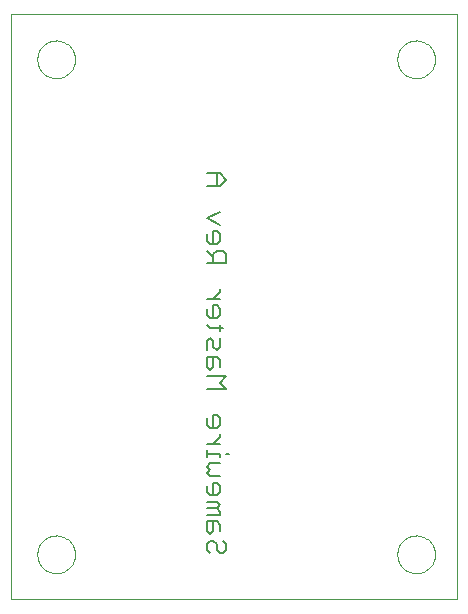
<source format=gbo>
G75*
%MOIN*%
%OFA0B0*%
%FSLAX24Y24*%
%IPPOS*%
%LPD*%
%AMOC8*
5,1,8,0,0,1.08239X$1,22.5*
%
%ADD10C,0.0000*%
%ADD11C,0.0060*%
D10*
X000180Y000180D02*
X000180Y019676D01*
X015050Y019676D01*
X015050Y000180D01*
X000180Y000180D01*
X001050Y001680D02*
X001052Y001730D01*
X001058Y001780D01*
X001068Y001829D01*
X001082Y001877D01*
X001099Y001924D01*
X001120Y001969D01*
X001145Y002013D01*
X001173Y002054D01*
X001205Y002093D01*
X001239Y002130D01*
X001276Y002164D01*
X001316Y002194D01*
X001358Y002221D01*
X001402Y002245D01*
X001448Y002266D01*
X001495Y002282D01*
X001543Y002295D01*
X001593Y002304D01*
X001642Y002309D01*
X001693Y002310D01*
X001743Y002307D01*
X001792Y002300D01*
X001841Y002289D01*
X001889Y002274D01*
X001935Y002256D01*
X001980Y002234D01*
X002023Y002208D01*
X002064Y002179D01*
X002103Y002147D01*
X002139Y002112D01*
X002171Y002074D01*
X002201Y002034D01*
X002228Y001991D01*
X002251Y001947D01*
X002270Y001901D01*
X002286Y001853D01*
X002298Y001804D01*
X002306Y001755D01*
X002310Y001705D01*
X002310Y001655D01*
X002306Y001605D01*
X002298Y001556D01*
X002286Y001507D01*
X002270Y001459D01*
X002251Y001413D01*
X002228Y001369D01*
X002201Y001326D01*
X002171Y001286D01*
X002139Y001248D01*
X002103Y001213D01*
X002064Y001181D01*
X002023Y001152D01*
X001980Y001126D01*
X001935Y001104D01*
X001889Y001086D01*
X001841Y001071D01*
X001792Y001060D01*
X001743Y001053D01*
X001693Y001050D01*
X001642Y001051D01*
X001593Y001056D01*
X001543Y001065D01*
X001495Y001078D01*
X001448Y001094D01*
X001402Y001115D01*
X001358Y001139D01*
X001316Y001166D01*
X001276Y001196D01*
X001239Y001230D01*
X001205Y001267D01*
X001173Y001306D01*
X001145Y001347D01*
X001120Y001391D01*
X001099Y001436D01*
X001082Y001483D01*
X001068Y001531D01*
X001058Y001580D01*
X001052Y001630D01*
X001050Y001680D01*
X013050Y001680D02*
X013052Y001730D01*
X013058Y001780D01*
X013068Y001829D01*
X013082Y001877D01*
X013099Y001924D01*
X013120Y001969D01*
X013145Y002013D01*
X013173Y002054D01*
X013205Y002093D01*
X013239Y002130D01*
X013276Y002164D01*
X013316Y002194D01*
X013358Y002221D01*
X013402Y002245D01*
X013448Y002266D01*
X013495Y002282D01*
X013543Y002295D01*
X013593Y002304D01*
X013642Y002309D01*
X013693Y002310D01*
X013743Y002307D01*
X013792Y002300D01*
X013841Y002289D01*
X013889Y002274D01*
X013935Y002256D01*
X013980Y002234D01*
X014023Y002208D01*
X014064Y002179D01*
X014103Y002147D01*
X014139Y002112D01*
X014171Y002074D01*
X014201Y002034D01*
X014228Y001991D01*
X014251Y001947D01*
X014270Y001901D01*
X014286Y001853D01*
X014298Y001804D01*
X014306Y001755D01*
X014310Y001705D01*
X014310Y001655D01*
X014306Y001605D01*
X014298Y001556D01*
X014286Y001507D01*
X014270Y001459D01*
X014251Y001413D01*
X014228Y001369D01*
X014201Y001326D01*
X014171Y001286D01*
X014139Y001248D01*
X014103Y001213D01*
X014064Y001181D01*
X014023Y001152D01*
X013980Y001126D01*
X013935Y001104D01*
X013889Y001086D01*
X013841Y001071D01*
X013792Y001060D01*
X013743Y001053D01*
X013693Y001050D01*
X013642Y001051D01*
X013593Y001056D01*
X013543Y001065D01*
X013495Y001078D01*
X013448Y001094D01*
X013402Y001115D01*
X013358Y001139D01*
X013316Y001166D01*
X013276Y001196D01*
X013239Y001230D01*
X013205Y001267D01*
X013173Y001306D01*
X013145Y001347D01*
X013120Y001391D01*
X013099Y001436D01*
X013082Y001483D01*
X013068Y001531D01*
X013058Y001580D01*
X013052Y001630D01*
X013050Y001680D01*
X013050Y018180D02*
X013052Y018230D01*
X013058Y018280D01*
X013068Y018329D01*
X013082Y018377D01*
X013099Y018424D01*
X013120Y018469D01*
X013145Y018513D01*
X013173Y018554D01*
X013205Y018593D01*
X013239Y018630D01*
X013276Y018664D01*
X013316Y018694D01*
X013358Y018721D01*
X013402Y018745D01*
X013448Y018766D01*
X013495Y018782D01*
X013543Y018795D01*
X013593Y018804D01*
X013642Y018809D01*
X013693Y018810D01*
X013743Y018807D01*
X013792Y018800D01*
X013841Y018789D01*
X013889Y018774D01*
X013935Y018756D01*
X013980Y018734D01*
X014023Y018708D01*
X014064Y018679D01*
X014103Y018647D01*
X014139Y018612D01*
X014171Y018574D01*
X014201Y018534D01*
X014228Y018491D01*
X014251Y018447D01*
X014270Y018401D01*
X014286Y018353D01*
X014298Y018304D01*
X014306Y018255D01*
X014310Y018205D01*
X014310Y018155D01*
X014306Y018105D01*
X014298Y018056D01*
X014286Y018007D01*
X014270Y017959D01*
X014251Y017913D01*
X014228Y017869D01*
X014201Y017826D01*
X014171Y017786D01*
X014139Y017748D01*
X014103Y017713D01*
X014064Y017681D01*
X014023Y017652D01*
X013980Y017626D01*
X013935Y017604D01*
X013889Y017586D01*
X013841Y017571D01*
X013792Y017560D01*
X013743Y017553D01*
X013693Y017550D01*
X013642Y017551D01*
X013593Y017556D01*
X013543Y017565D01*
X013495Y017578D01*
X013448Y017594D01*
X013402Y017615D01*
X013358Y017639D01*
X013316Y017666D01*
X013276Y017696D01*
X013239Y017730D01*
X013205Y017767D01*
X013173Y017806D01*
X013145Y017847D01*
X013120Y017891D01*
X013099Y017936D01*
X013082Y017983D01*
X013068Y018031D01*
X013058Y018080D01*
X013052Y018130D01*
X013050Y018180D01*
X001050Y018180D02*
X001052Y018230D01*
X001058Y018280D01*
X001068Y018329D01*
X001082Y018377D01*
X001099Y018424D01*
X001120Y018469D01*
X001145Y018513D01*
X001173Y018554D01*
X001205Y018593D01*
X001239Y018630D01*
X001276Y018664D01*
X001316Y018694D01*
X001358Y018721D01*
X001402Y018745D01*
X001448Y018766D01*
X001495Y018782D01*
X001543Y018795D01*
X001593Y018804D01*
X001642Y018809D01*
X001693Y018810D01*
X001743Y018807D01*
X001792Y018800D01*
X001841Y018789D01*
X001889Y018774D01*
X001935Y018756D01*
X001980Y018734D01*
X002023Y018708D01*
X002064Y018679D01*
X002103Y018647D01*
X002139Y018612D01*
X002171Y018574D01*
X002201Y018534D01*
X002228Y018491D01*
X002251Y018447D01*
X002270Y018401D01*
X002286Y018353D01*
X002298Y018304D01*
X002306Y018255D01*
X002310Y018205D01*
X002310Y018155D01*
X002306Y018105D01*
X002298Y018056D01*
X002286Y018007D01*
X002270Y017959D01*
X002251Y017913D01*
X002228Y017869D01*
X002201Y017826D01*
X002171Y017786D01*
X002139Y017748D01*
X002103Y017713D01*
X002064Y017681D01*
X002023Y017652D01*
X001980Y017626D01*
X001935Y017604D01*
X001889Y017586D01*
X001841Y017571D01*
X001792Y017560D01*
X001743Y017553D01*
X001693Y017550D01*
X001642Y017551D01*
X001593Y017556D01*
X001543Y017565D01*
X001495Y017578D01*
X001448Y017594D01*
X001402Y017615D01*
X001358Y017639D01*
X001316Y017666D01*
X001276Y017696D01*
X001239Y017730D01*
X001205Y017767D01*
X001173Y017806D01*
X001145Y017847D01*
X001120Y017891D01*
X001099Y017936D01*
X001082Y017983D01*
X001068Y018031D01*
X001058Y018080D01*
X001052Y018130D01*
X001050Y018180D01*
D11*
X006710Y014383D02*
X007137Y014383D01*
X007351Y014170D01*
X007137Y013956D01*
X006710Y013956D01*
X007030Y013956D02*
X007030Y014383D01*
X007137Y013094D02*
X006710Y012881D01*
X007137Y012667D01*
X007030Y012450D02*
X006924Y012450D01*
X006924Y012023D01*
X007030Y012023D02*
X007137Y012130D01*
X007137Y012343D01*
X007030Y012450D01*
X006710Y012343D02*
X006710Y012130D01*
X006817Y012023D01*
X007030Y012023D01*
X007030Y011805D02*
X006924Y011699D01*
X006924Y011378D01*
X006924Y011592D02*
X006710Y011805D01*
X007030Y011805D02*
X007244Y011805D01*
X007351Y011699D01*
X007351Y011378D01*
X006710Y011378D01*
X007137Y010517D02*
X007137Y010410D01*
X006924Y010197D01*
X007137Y010197D02*
X006710Y010197D01*
X006924Y009979D02*
X006924Y009552D01*
X007030Y009552D02*
X007137Y009659D01*
X007137Y009872D01*
X007030Y009979D01*
X006924Y009979D01*
X006710Y009872D02*
X006710Y009659D01*
X006817Y009552D01*
X007030Y009552D01*
X007137Y009336D02*
X007137Y009122D01*
X007244Y009229D02*
X006817Y009229D01*
X006710Y009336D01*
X006817Y008905D02*
X006710Y008798D01*
X006710Y008478D01*
X006710Y008260D02*
X006710Y007940D01*
X006817Y007833D01*
X006924Y007940D01*
X006924Y008260D01*
X007030Y008260D02*
X006710Y008260D01*
X007030Y008260D02*
X007137Y008153D01*
X007137Y007940D01*
X007351Y007616D02*
X006710Y007616D01*
X006710Y007189D02*
X007351Y007189D01*
X007137Y007402D01*
X007351Y007616D01*
X007030Y008478D02*
X007137Y008585D01*
X007137Y008905D01*
X006924Y008798D02*
X006924Y008585D01*
X007030Y008478D01*
X006924Y008798D02*
X006817Y008905D01*
X006924Y006327D02*
X006924Y005900D01*
X007030Y005900D02*
X007137Y006006D01*
X007137Y006220D01*
X007030Y006327D01*
X006924Y006327D01*
X006710Y006220D02*
X006710Y006006D01*
X006817Y005900D01*
X007030Y005900D01*
X007137Y005683D02*
X007137Y005576D01*
X006924Y005362D01*
X007137Y005362D02*
X006710Y005362D01*
X006710Y005146D02*
X006710Y004933D01*
X006710Y005040D02*
X007137Y005040D01*
X007137Y004933D01*
X007137Y004715D02*
X006817Y004715D01*
X006710Y004608D01*
X006817Y004502D01*
X006710Y004395D01*
X006817Y004288D01*
X007137Y004288D01*
X007030Y004071D02*
X006924Y004071D01*
X006924Y003644D01*
X007030Y003644D02*
X007137Y003750D01*
X007137Y003964D01*
X007030Y004071D01*
X006710Y003964D02*
X006710Y003750D01*
X006817Y003644D01*
X007030Y003644D01*
X007030Y003426D02*
X006710Y003426D01*
X006710Y003213D02*
X007030Y003213D01*
X007137Y003319D01*
X007030Y003426D01*
X007030Y003213D02*
X007137Y003106D01*
X007137Y002999D01*
X006710Y002999D01*
X006710Y002782D02*
X006710Y002461D01*
X006817Y002355D01*
X006924Y002461D01*
X006924Y002782D01*
X007030Y002782D02*
X006710Y002782D01*
X007030Y002782D02*
X007137Y002675D01*
X007137Y002461D01*
X007244Y002137D02*
X007351Y002030D01*
X007351Y001817D01*
X007244Y001710D01*
X007137Y001710D01*
X007030Y001817D01*
X007030Y002030D01*
X006924Y002137D01*
X006817Y002137D01*
X006710Y002030D01*
X006710Y001817D01*
X006817Y001710D01*
X007351Y005040D02*
X007457Y005040D01*
M02*

</source>
